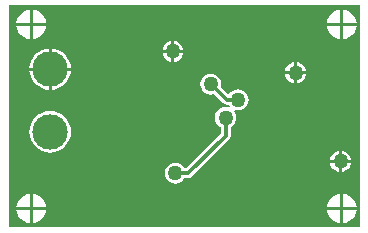
<source format=gbl>
G04*
G04 #@! TF.GenerationSoftware,Altium Limited,Altium Designer,18.1.7 (191)*
G04*
G04 Layer_Physical_Order=2*
G04 Layer_Color=16711680*
%FSLAX25Y25*%
%MOIN*%
G70*
G01*
G75*
%ADD30C,0.01181*%
%ADD31C,0.11811*%
%ADD32C,0.05000*%
G36*
X120079Y9843D02*
X3150D01*
Y83858D01*
X120079D01*
Y9843D01*
D02*
G37*
%LPC*%
G36*
X114673Y82473D02*
Y78059D01*
X119087D01*
X118983Y78848D01*
X118486Y80049D01*
X117694Y81080D01*
X116663Y81871D01*
X115462Y82369D01*
X114673Y82473D01*
D02*
G37*
G36*
X113673D02*
X112884Y82369D01*
X111683Y81871D01*
X110652Y81080D01*
X109861Y80049D01*
X109363Y78848D01*
X109259Y78059D01*
X113673D01*
Y82473D01*
D02*
G37*
G36*
X11130D02*
Y78059D01*
X15544D01*
X15440Y78848D01*
X14942Y80049D01*
X14151Y81080D01*
X13120Y81871D01*
X11919Y82369D01*
X11130Y82473D01*
D02*
G37*
G36*
X10130D02*
X9341Y82369D01*
X8140Y81871D01*
X7109Y81080D01*
X6318Y80049D01*
X5820Y78848D01*
X5716Y78059D01*
X10130D01*
Y82473D01*
D02*
G37*
G36*
X119087Y77059D02*
X114673D01*
Y72645D01*
X115462Y72749D01*
X116663Y73247D01*
X117694Y74038D01*
X118486Y75069D01*
X118983Y76270D01*
X119087Y77059D01*
D02*
G37*
G36*
X113673D02*
X109259D01*
X109363Y76270D01*
X109861Y75069D01*
X110652Y74038D01*
X111683Y73247D01*
X112884Y72749D01*
X113673Y72645D01*
Y77059D01*
D02*
G37*
G36*
X15544D02*
X11130D01*
Y72645D01*
X11919Y72749D01*
X13120Y73247D01*
X14151Y74038D01*
X14942Y75069D01*
X15440Y76270D01*
X15544Y77059D01*
D02*
G37*
G36*
X10130D02*
X5716D01*
X5820Y76270D01*
X6318Y75069D01*
X7109Y74038D01*
X8140Y73247D01*
X9341Y72749D01*
X10130Y72645D01*
Y77059D01*
D02*
G37*
G36*
X58374Y71968D02*
Y69004D01*
X61338D01*
X61284Y69418D01*
X60931Y70269D01*
X60370Y71000D01*
X59639Y71561D01*
X58788Y71914D01*
X58374Y71968D01*
D02*
G37*
G36*
X57374D02*
X56960Y71914D01*
X56109Y71561D01*
X55378Y71000D01*
X54817Y70269D01*
X54464Y69418D01*
X54410Y69004D01*
X57374D01*
Y71968D01*
D02*
G37*
G36*
X61338Y68004D02*
X58374D01*
Y65040D01*
X58788Y65094D01*
X59639Y65447D01*
X60370Y66008D01*
X60931Y66739D01*
X61284Y67590D01*
X61338Y68004D01*
D02*
G37*
G36*
X57374D02*
X54410D01*
X54464Y67590D01*
X54817Y66739D01*
X55378Y66008D01*
X56109Y65447D01*
X56960Y65094D01*
X57374Y65040D01*
Y68004D01*
D02*
G37*
G36*
X17429Y69488D02*
Y63098D01*
X23819D01*
X23735Y63952D01*
X23340Y65254D01*
X22699Y66453D01*
X21836Y67505D01*
X20784Y68368D01*
X19584Y69009D01*
X18283Y69404D01*
X17429Y69488D01*
D02*
G37*
G36*
X16429D02*
X15575Y69404D01*
X14274Y69009D01*
X13074Y68368D01*
X12023Y67505D01*
X11160Y66453D01*
X10518Y65254D01*
X10124Y63952D01*
X10040Y63098D01*
X16429D01*
Y69488D01*
D02*
G37*
G36*
X99240Y64882D02*
Y61917D01*
X102205D01*
X102150Y62331D01*
X101797Y63182D01*
X101236Y63914D01*
X100505Y64475D01*
X99654Y64827D01*
X99240Y64882D01*
D02*
G37*
G36*
X98240D02*
X97826Y64827D01*
X96975Y64475D01*
X96244Y63914D01*
X95683Y63182D01*
X95330Y62331D01*
X95276Y61917D01*
X98240D01*
Y64882D01*
D02*
G37*
G36*
X102205Y60917D02*
X99240D01*
Y57953D01*
X99654Y58007D01*
X100505Y58360D01*
X101236Y58921D01*
X101797Y59652D01*
X102150Y60504D01*
X102205Y60917D01*
D02*
G37*
G36*
X98240D02*
X95276D01*
X95330Y60504D01*
X95683Y59652D01*
X96244Y58921D01*
X96975Y58360D01*
X97826Y58007D01*
X98240Y57953D01*
Y60917D01*
D02*
G37*
G36*
X23819Y62098D02*
X17429D01*
Y55709D01*
X18283Y55793D01*
X19584Y56188D01*
X20784Y56829D01*
X21836Y57692D01*
X22699Y58743D01*
X23340Y59943D01*
X23735Y61245D01*
X23819Y62098D01*
D02*
G37*
G36*
X16429D02*
X10040D01*
X10124Y61245D01*
X10518Y59943D01*
X11160Y58743D01*
X12023Y57692D01*
X13074Y56829D01*
X14274Y56188D01*
X15575Y55793D01*
X16429Y55709D01*
Y62098D01*
D02*
G37*
G36*
X70473Y61148D02*
X69559Y61028D01*
X68707Y60675D01*
X67976Y60114D01*
X67415Y59383D01*
X67062Y58532D01*
X66942Y57618D01*
X67062Y56704D01*
X67415Y55853D01*
X67976Y55122D01*
X68707Y54561D01*
X69559Y54208D01*
X70473Y54088D01*
X71386Y54208D01*
X71530Y54268D01*
X74582Y51215D01*
X75108Y50864D01*
X75728Y50740D01*
X76411D01*
X76470Y50597D01*
X76739Y50247D01*
X76424Y49836D01*
X76351Y49867D01*
X75437Y49987D01*
X74523Y49867D01*
X73672Y49514D01*
X72941Y48953D01*
X72380Y48222D01*
X72027Y47370D01*
X71907Y46457D01*
X72027Y45543D01*
X72380Y44692D01*
X72941Y43960D01*
X73672Y43400D01*
X73815Y43340D01*
Y41069D01*
X62320Y29574D01*
X61778D01*
X61719Y29718D01*
X61158Y30449D01*
X60426Y31010D01*
X59575Y31363D01*
X58661Y31483D01*
X57748Y31363D01*
X56896Y31010D01*
X56165Y30449D01*
X55604Y29718D01*
X55251Y28866D01*
X55131Y27953D01*
X55251Y27039D01*
X55604Y26188D01*
X56165Y25457D01*
X56896Y24895D01*
X57748Y24543D01*
X58661Y24423D01*
X59575Y24543D01*
X60426Y24895D01*
X61158Y25457D01*
X61719Y26188D01*
X61778Y26331D01*
X62992D01*
X63613Y26454D01*
X64139Y26806D01*
X76584Y39251D01*
X76935Y39777D01*
X77059Y40398D01*
Y43340D01*
X77202Y43400D01*
X77933Y43960D01*
X78494Y44692D01*
X78847Y45543D01*
X78967Y46457D01*
X78847Y47370D01*
X78494Y48222D01*
X78226Y48572D01*
X78541Y48983D01*
X78614Y48952D01*
X79528Y48832D01*
X80441Y48952D01*
X81293Y49305D01*
X82024Y49866D01*
X82585Y50597D01*
X82938Y51449D01*
X83058Y52362D01*
X82938Y53276D01*
X82585Y54127D01*
X82024Y54858D01*
X81293Y55419D01*
X80441Y55772D01*
X79528Y55892D01*
X78614Y55772D01*
X77763Y55419D01*
X77031Y54858D01*
X76685Y54406D01*
X76057Y54337D01*
X76037Y54347D01*
X73823Y56561D01*
X73882Y56704D01*
X74003Y57618D01*
X73882Y58532D01*
X73530Y59383D01*
X72969Y60114D01*
X72237Y60675D01*
X71386Y61028D01*
X70473Y61148D01*
D02*
G37*
G36*
X16929Y48671D02*
X15575Y48538D01*
X14274Y48143D01*
X13074Y47502D01*
X12023Y46639D01*
X11160Y45587D01*
X10518Y44388D01*
X10124Y43086D01*
X9990Y41732D01*
X10124Y40379D01*
X10518Y39077D01*
X11160Y37877D01*
X12023Y36826D01*
X13074Y35963D01*
X14274Y35322D01*
X15575Y34927D01*
X16929Y34793D01*
X18283Y34927D01*
X19584Y35322D01*
X20784Y35963D01*
X21836Y36826D01*
X22699Y37877D01*
X23340Y39077D01*
X23735Y40379D01*
X23868Y41732D01*
X23735Y43086D01*
X23340Y44388D01*
X22699Y45587D01*
X21836Y46639D01*
X20784Y47502D01*
X19584Y48143D01*
X18283Y48538D01*
X16929Y48671D01*
D02*
G37*
G36*
X114279Y35354D02*
Y32390D01*
X117244D01*
X117189Y32803D01*
X116837Y33655D01*
X116276Y34386D01*
X115545Y34947D01*
X114693Y35300D01*
X114279Y35354D01*
D02*
G37*
G36*
X113279D02*
X112866Y35300D01*
X112014Y34947D01*
X111283Y34386D01*
X110722Y33655D01*
X110370Y32803D01*
X110315Y32390D01*
X113279D01*
Y35354D01*
D02*
G37*
G36*
X117244Y31390D02*
X114279D01*
Y28425D01*
X114693Y28480D01*
X115545Y28833D01*
X116276Y29394D01*
X116837Y30125D01*
X117189Y30976D01*
X117244Y31390D01*
D02*
G37*
G36*
X113279D02*
X110315D01*
X110370Y30976D01*
X110722Y30125D01*
X111283Y29394D01*
X112014Y28833D01*
X112866Y28480D01*
X113279Y28425D01*
Y31390D01*
D02*
G37*
G36*
X114673Y21056D02*
Y16642D01*
X119087D01*
X118983Y17431D01*
X118486Y18632D01*
X117694Y19663D01*
X116663Y20454D01*
X115462Y20952D01*
X114673Y21056D01*
D02*
G37*
G36*
X113673D02*
X112884Y20952D01*
X111683Y20454D01*
X110652Y19663D01*
X109861Y18632D01*
X109363Y17431D01*
X109259Y16642D01*
X113673D01*
Y21056D01*
D02*
G37*
G36*
X11130D02*
Y16642D01*
X15544D01*
X15440Y17431D01*
X14942Y18632D01*
X14151Y19663D01*
X13120Y20454D01*
X11919Y20952D01*
X11130Y21056D01*
D02*
G37*
G36*
X10130D02*
X9341Y20952D01*
X8140Y20454D01*
X7109Y19663D01*
X6318Y18632D01*
X5820Y17431D01*
X5716Y16642D01*
X10130D01*
Y21056D01*
D02*
G37*
G36*
X119087Y15642D02*
X114673D01*
Y11228D01*
X115462Y11332D01*
X116663Y11829D01*
X117694Y12621D01*
X118486Y13652D01*
X118983Y14853D01*
X119087Y15642D01*
D02*
G37*
G36*
X113673D02*
X109259D01*
X109363Y14853D01*
X109861Y13652D01*
X110652Y12621D01*
X111683Y11829D01*
X112884Y11332D01*
X113673Y11228D01*
Y15642D01*
D02*
G37*
G36*
X15544D02*
X11130D01*
Y11228D01*
X11919Y11332D01*
X13120Y11829D01*
X14151Y12621D01*
X14942Y13652D01*
X15440Y14853D01*
X15544Y15642D01*
D02*
G37*
G36*
X10130D02*
X5716D01*
X5820Y14853D01*
X6318Y13652D01*
X7109Y12621D01*
X8140Y11829D01*
X9341Y11332D01*
X10130Y11228D01*
Y15642D01*
D02*
G37*
%LPD*%
D30*
X75437Y40398D02*
Y46457D01*
X62992Y27953D02*
X75437Y40398D01*
X58661Y27953D02*
X62992D01*
X75728Y52362D02*
X79528D01*
X70473Y57618D02*
X75728Y52362D01*
D31*
X16929Y62598D02*
D03*
Y41732D02*
D03*
D32*
X57874Y68504D02*
D03*
X113779Y31890D02*
D03*
X98740Y61417D02*
D03*
X75437Y46457D02*
D03*
X58661Y27953D02*
D03*
X79528Y52362D02*
D03*
X70473Y57618D02*
D03*
M02*

</source>
